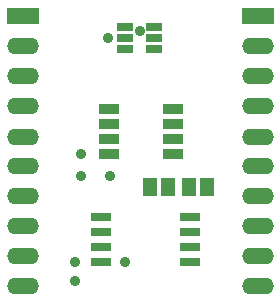
<source format=gts>
G04*
G04 #@! TF.GenerationSoftware,Altium Limited,Altium Designer,20.0.14 (345)*
G04*
G04 Layer_Color=8388736*
%FSLAX25Y25*%
%MOIN*%
G70*
G01*
G75*
%ADD16R,0.06706X0.03162*%
%ADD17R,0.06804X0.03359*%
%ADD18R,0.05131X0.06312*%
%ADD19R,0.05524X0.03162*%
%ADD20O,0.10642X0.05524*%
%ADD21R,0.10642X0.05524*%
%ADD22C,0.03556*%
D16*
X450764Y247421D02*
D03*
Y242421D02*
D03*
Y237421D02*
D03*
Y232421D02*
D03*
X421236D02*
D03*
Y237421D02*
D03*
Y242421D02*
D03*
Y247421D02*
D03*
D17*
X445177Y268421D02*
D03*
Y273421D02*
D03*
Y278421D02*
D03*
Y283421D02*
D03*
X423823D02*
D03*
Y278421D02*
D03*
Y273421D02*
D03*
Y268421D02*
D03*
D18*
X443500Y257500D02*
D03*
X437595D02*
D03*
X456500D02*
D03*
X450595D02*
D03*
D19*
X429079Y310661D02*
D03*
Y306921D02*
D03*
Y303181D02*
D03*
X438921D02*
D03*
Y306921D02*
D03*
Y310661D02*
D03*
D20*
X473322Y224500D02*
D03*
Y234500D02*
D03*
Y244500D02*
D03*
Y254500D02*
D03*
Y264500D02*
D03*
Y274000D02*
D03*
Y284500D02*
D03*
Y294500D02*
D03*
Y304500D02*
D03*
X395000Y224500D02*
D03*
Y234500D02*
D03*
Y244500D02*
D03*
Y254500D02*
D03*
Y264500D02*
D03*
Y274000D02*
D03*
Y284500D02*
D03*
Y294500D02*
D03*
Y304500D02*
D03*
D21*
X473322Y314500D02*
D03*
X395000D02*
D03*
D22*
X423500Y307000D02*
D03*
X434000Y309500D02*
D03*
X429000Y232500D02*
D03*
X412500Y226000D02*
D03*
Y232500D02*
D03*
X414500Y261000D02*
D03*
X424000D02*
D03*
X414500Y268500D02*
D03*
M02*

</source>
